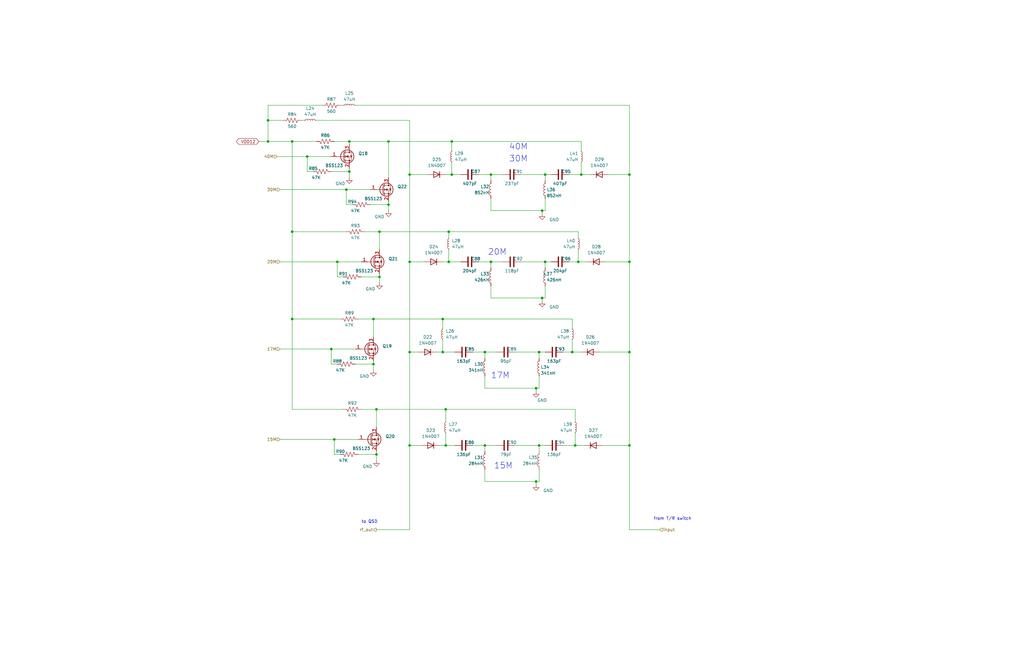
<source format=kicad_sch>
(kicad_sch (version 20230121) (generator eeschema)
  (paper "B")
  (lib_symbols
    (symbol "Device:C" (pin_numbers hide) (pin_names (offset 0.254))
      (property "Reference" "C" (at 0.635 2.54 0))
      (property "Value" "C" (at 0.635 -2.54 0))
      (symbol "C_0_1"
        (polyline (pts (xy -2.032 -0.762) (xy 2.032 -0.762)) (stroke (width 0.508)))
        (polyline (pts (xy -2.032 0.762) (xy 2.032 0.762)) (stroke (width 0.508)))
      )
      (symbol "C_1_1"
        (pin passive line (at 0 3.81 270) (length 2.794) (name "~") (number "1"))
        (pin passive line (at 0 -3.81 90) (length 2.794) (name "~") (number "2"))
      )
    )
    (symbol "Device:L" (pin_numbers hide) (pin_names (offset 1.016) hide)
      (property "Reference" "L" (at -1.27 0 90))
      (property "Value" "L" (at 1.905 0 90))
      (symbol "L_0_1"
        (arc (start 0 -2.54) (mid 0.6323 -1.905) (end 0 -1.27))
        (arc (start 0 -1.27) (mid 0.6323 -0.635) (end 0 0))
        (arc (start 0 0) (mid 0.6323 0.635) (end 0 1.27))
        (arc (start 0 1.27) (mid 0.6323 1.905) (end 0 2.54))
      )
      (symbol "L_1_1"
        (pin passive line (at 0 3.81 270) (length 1.27) (name "1") (number "1"))
        (pin passive line (at 0 -3.81 90) (length 1.27) (name "2") (number "2"))
      )
    )
    (symbol "Device:L_Small" (pin_numbers hide) (pin_names (offset 0.254) hide)
      (property "Reference" "L" (at 0.762 1.016 0))
      (property "Value" "L_Small" (at 0.762 -1.016 0))
      (symbol "L_Small_0_1"
        (arc (start 0 -2.032) (mid 0.5058 -1.524) (end 0 -1.016))
        (arc (start 0 -1.016) (mid 0.5058 -0.508) (end 0 0))
        (arc (start 0 0) (mid 0.5058 0.508) (end 0 1.016))
        (arc (start 0 1.016) (mid 0.5058 1.524) (end 0 2.032))
      )
      (symbol "L_Small_1_1"
        (pin passive line (at 0 2.54 270) (length 0.508) (name "~") (number "1"))
        (pin passive line (at 0 -2.54 90) (length 0.508) (name "~") (number "2"))
      )
    )
    (symbol "Device:Q_NMOS_GSD" (pin_names (offset 0) hide)
      (property "Reference" "Q" (at 5.08 1.27 0))
      (property "Value" "Q_NMOS_GSD" (at 5.08 -1.27 0))
      (symbol "Q_NMOS_GSD_0_1"
        (polyline (pts (xy 0.254 0) (xy -2.54 0)))
        (polyline (pts (xy 0.254 1.905) (xy 0.254 -1.905)) (stroke (width 0.254)))
        (polyline (pts (xy 0.762 -1.27) (xy 0.762 -2.286)) (stroke (width 0.254)))
        (polyline (pts (xy 0.762 0.508) (xy 0.762 -0.508)) (stroke (width 0.254)))
        (polyline (pts (xy 0.762 2.286) (xy 0.762 1.27)) (stroke (width 0.254)))
        (polyline (pts (xy 2.54 2.54) (xy 2.54 1.778)))
        (polyline (pts (xy 2.54 -2.54) (xy 2.54 0) (xy 0.762 0)))
        (polyline (pts (xy 0.762 -1.778) (xy 3.302 -1.778) (xy 3.302 1.778) (xy 0.762 1.778)))
        (polyline (pts (xy 1.016 0) (xy 2.032 0.381) (xy 2.032 -0.381) (xy 1.016 0)) (fill (type outline)))
        (polyline (pts (xy 2.794 0.508) (xy 2.921 0.381) (xy 3.683 0.381) (xy 3.81 0.254)))
        (polyline (pts (xy 3.302 0.381) (xy 2.921 -0.254) (xy 3.683 -0.254) (xy 3.302 0.381)))
        (circle (center 1.651 0) (radius 2.794) (stroke (width 0.254)))
        (circle (center 2.54 -1.778) (radius 0.254) (fill (type outline)))
        (circle (center 2.54 1.778) (radius 0.254) (fill (type outline)))
      )
      (symbol "Q_NMOS_GSD_1_1"
        (pin input line (at -5.08 0 0) (length 2.54) (name "G") (number "1"))
        (pin passive line (at 2.54 -5.08 90) (length 2.54) (name "S") (number "2"))
        (pin passive line (at 2.54 5.08 270) (length 2.54) (name "D") (number "3"))
      )
    )
    (symbol "Device:R_US" (pin_numbers hide) (pin_names (offset 0))
      (property "Reference" "R" (at 2.54 0 90))
      (property "Value" "R_US" (at -2.54 0 90))
      (symbol "R_US_0_1"
        (polyline (pts (xy 0 -2.286) (xy 0 -2.54)))
        (polyline (pts (xy 0 2.286) (xy 0 2.54)))
        (polyline (pts (xy 0 -0.762) (xy 1.016 -1.143) (xy 0 -1.524) (xy -1.016 -1.905) (xy 0 -2.286)))
        (polyline (pts (xy 0 0.762) (xy 1.016 0.381) (xy 0 0) (xy -1.016 -0.381) (xy 0 -0.762)))
        (polyline (pts (xy 0 2.286) (xy 1.016 1.905) (xy 0 1.524) (xy -1.016 1.143) (xy 0 0.762)))
      )
      (symbol "R_US_1_1"
        (pin passive line (at 0 3.81 270) (length 1.27) (name "~") (number "1"))
        (pin passive line (at 0 -3.81 90) (length 1.27) (name "~") (number "2"))
      )
    )
    (symbol "Diode:1N4007" (pin_numbers hide) (pin_names hide)
      (property "Reference" "D" (at 0 2.54 0))
      (property "Value" "1N4007" (at 0 -2.54 0))
      (symbol "1N4007_0_1"
        (polyline (pts (xy -1.27 1.27) (xy -1.27 -1.27)) (stroke (width 0.254)))
        (polyline (pts (xy 1.27 0) (xy -1.27 0)))
        (polyline (pts (xy 1.27 1.27) (xy 1.27 -1.27) (xy -1.27 0) (xy 1.27 1.27)) (stroke (width 0.254)))
      )
      (symbol "1N4007_1_1"
        (pin passive line (at -3.81 0 0) (length 2.54) (name "K") (number "1"))
        (pin passive line (at 3.81 0 180) (length 2.54) (name "A") (number "2"))
      )
    )
    (symbol "power:GND" (power) (pin_names (offset 0))
      (property "Value" "GND" (at 0 -3.81 0))
      (symbol "GND_0_1"
        (polyline (pts (xy 0 0) (xy 0 -1.27) (xy 1.27 -1.27) (xy 0 -2.54) (xy -1.27 -1.27) (xy 0 -1.27)))
      )
      (symbol "GND_1_1"
        (pin power_in line (at 0 0 270) (length 0) hide (name "GND") (number "1"))
      )
    )
  )
  (junction (at 226.06 163.83))
  (junction (at 207.01 110.49))
  (junction (at 157.48 134.62))
  (junction (at 139.7 147.32))
  (junction (at 163.83 59.69))
  (junction (at 207.01 73.66))
  (junction (at 113.03 50.8))
  (junction (at 265.43 73.66))
  (junction (at 228.6 88.9))
  (junction (at 146.05 80.01))
  (junction (at 172.72 73.66))
  (junction (at 158.75 191.77))
  (junction (at 228.6 125.73))
  (junction (at 190.5 59.69))
  (junction (at 226.06 203.2))
  (junction (at 265.43 187.96))
  (junction (at 204.47 148.59))
  (junction (at 189.23 97.79))
  (junction (at 142.24 110.49))
  (junction (at 227.33 148.59))
  (junction (at 241.3 148.59))
  (junction (at 186.69 134.62))
  (junction (at 172.72 187.96))
  (junction (at 123.19 97.79))
  (junction (at 163.83 86.36))
  (junction (at 123.19 134.62))
  (junction (at 265.43 148.59))
  (junction (at 243.84 110.49))
  (junction (at 187.96 172.72))
  (junction (at 147.32 72.39))
  (junction (at 229.87 73.66))
  (junction (at 229.87 110.49))
  (junction (at 242.57 187.96))
  (junction (at 140.97 185.42))
  (junction (at 113.03 59.69))
  (junction (at 265.43 110.49))
  (junction (at 227.33 187.96))
  (junction (at 123.19 59.69))
  (junction (at 158.75 172.72))
  (junction (at 160.02 97.79))
  (junction (at 187.96 187.96))
  (junction (at 160.02 116.84))
  (junction (at 172.72 110.49))
  (junction (at 157.48 153.67))
  (junction (at 245.11 73.66))
  (junction (at 186.69 148.59))
  (junction (at 204.47 187.96))
  (junction (at 147.32 59.69))
  (junction (at 190.5 73.66))
  (junction (at 129.54 66.04))
  (junction (at 189.23 110.49))
  (junction (at 172.72 148.59))
  (wire (pts (xy 186.69 148.59) (xy 191.77 148.59)))
  (wire (pts (xy 242.57 187.96) (xy 246.38 187.96)))
  (wire (pts (xy 129.54 66.04) (xy 139.7 66.04)))
  (wire (pts (xy 243.84 105.41) (xy 243.84 110.49)))
  (wire (pts (xy 157.48 134.62) (xy 186.69 134.62)))
  (wire (pts (xy 158.75 172.72) (xy 152.4 172.72)))
  (wire (pts (xy 189.23 110.49) (xy 194.31 110.49)))
  (wire (pts (xy 123.19 97.79) (xy 123.19 59.69)))
  (wire (pts (xy 160.02 116.84) (xy 152.4 116.84)))
  (wire (pts (xy 226.06 203.2) (xy 226.06 204.47)))
  (wire (pts (xy 158.75 172.72) (xy 187.96 172.72)))
  (wire (pts (xy 229.87 110.49) (xy 229.87 113.03)))
  (wire (pts (xy 207.01 110.49) (xy 212.09 110.49)))
  (wire (pts (xy 160.02 97.79) (xy 153.67 97.79)))
  (wire (pts (xy 241.3 148.59) (xy 245.11 148.59)))
  (wire (pts (xy 118.11 185.42) (xy 140.97 185.42)))
  (wire (pts (xy 241.3 134.62) (xy 241.3 138.43)))
  (wire (pts (xy 226.06 203.2) (xy 227.33 203.2)))
  (wire (pts (xy 142.24 116.84) (xy 142.24 110.49)))
  (wire (pts (xy 255.27 110.49) (xy 265.43 110.49)))
  (wire (pts (xy 113.03 44.45) (xy 135.89 44.45)))
  (wire (pts (xy 219.71 110.49) (xy 229.87 110.49)))
  (wire (pts (xy 207.01 110.49) (xy 207.01 113.03)))
  (wire (pts (xy 109.22 59.69) (xy 113.03 59.69)))
  (wire (pts (xy 228.6 88.9) (xy 229.87 88.9)))
  (wire (pts (xy 187.96 187.96) (xy 191.77 187.96)))
  (wire (pts (xy 207.01 73.66) (xy 212.09 73.66)))
  (wire (pts (xy 265.43 148.59) (xy 265.43 187.96)))
  (wire (pts (xy 229.87 110.49) (xy 232.41 110.49)))
  (wire (pts (xy 190.5 63.5) (xy 190.5 59.69)))
  (wire (pts (xy 158.75 180.34) (xy 158.75 172.72)))
  (wire (pts (xy 227.33 148.59) (xy 227.33 151.13)))
  (wire (pts (xy 160.02 97.79) (xy 189.23 97.79)))
  (wire (pts (xy 123.19 134.62) (xy 143.51 134.62)))
  (wire (pts (xy 226.06 163.83) (xy 227.33 163.83)))
  (wire (pts (xy 199.39 148.59) (xy 204.47 148.59)))
  (wire (pts (xy 240.03 73.66) (xy 245.11 73.66)))
  (wire (pts (xy 265.43 187.96) (xy 265.43 223.52)))
  (wire (pts (xy 189.23 105.41) (xy 189.23 110.49)))
  (wire (pts (xy 158.75 223.52) (xy 172.72 223.52)))
  (wire (pts (xy 142.24 110.49) (xy 152.4 110.49)))
  (wire (pts (xy 172.72 187.96) (xy 172.72 223.52)))
  (wire (pts (xy 227.33 198.12) (xy 227.33 203.2)))
  (wire (pts (xy 207.01 88.9) (xy 228.6 88.9)))
  (wire (pts (xy 158.75 190.5) (xy 158.75 191.77)))
  (wire (pts (xy 123.19 97.79) (xy 146.05 97.79)))
  (wire (pts (xy 172.72 110.49) (xy 172.72 148.59)))
  (wire (pts (xy 157.48 134.62) (xy 151.13 134.62)))
  (wire (pts (xy 118.11 80.01) (xy 146.05 80.01)))
  (wire (pts (xy 147.32 60.96) (xy 147.32 59.69)))
  (wire (pts (xy 229.87 83.82) (xy 229.87 88.9)))
  (wire (pts (xy 229.87 120.65) (xy 229.87 125.73)))
  (wire (pts (xy 199.39 187.96) (xy 204.47 187.96)))
  (wire (pts (xy 243.84 97.79) (xy 243.84 100.33)))
  (wire (pts (xy 147.32 59.69) (xy 140.97 59.69)))
  (wire (pts (xy 265.43 73.66) (xy 265.43 110.49)))
  (wire (pts (xy 243.84 110.49) (xy 247.65 110.49)))
  (wire (pts (xy 158.75 191.77) (xy 151.13 191.77)))
  (wire (pts (xy 190.5 59.69) (xy 245.11 59.69)))
  (wire (pts (xy 149.86 44.45) (xy 265.43 44.45)))
  (wire (pts (xy 148.59 86.36) (xy 146.05 86.36)))
  (wire (pts (xy 219.71 73.66) (xy 229.87 73.66)))
  (wire (pts (xy 147.32 59.69) (xy 163.83 59.69)))
  (wire (pts (xy 241.3 143.51) (xy 241.3 148.59)))
  (wire (pts (xy 163.83 59.69) (xy 190.5 59.69)))
  (wire (pts (xy 207.01 125.73) (xy 228.6 125.73)))
  (wire (pts (xy 190.5 73.66) (xy 194.31 73.66)))
  (wire (pts (xy 157.48 153.67) (xy 149.86 153.67)))
  (wire (pts (xy 265.43 223.52) (xy 278.13 223.52)))
  (wire (pts (xy 187.96 73.66) (xy 190.5 73.66)))
  (wire (pts (xy 204.47 198.12) (xy 204.47 203.2)))
  (wire (pts (xy 157.48 142.24) (xy 157.48 134.62)))
  (wire (pts (xy 186.69 143.51) (xy 186.69 148.59)))
  (wire (pts (xy 227.33 187.96) (xy 229.87 187.96)))
  (wire (pts (xy 226.06 163.83) (xy 226.06 165.1)))
  (wire (pts (xy 123.19 59.69) (xy 133.35 59.69)))
  (wire (pts (xy 201.93 73.66) (xy 207.01 73.66)))
  (wire (pts (xy 113.03 44.45) (xy 113.03 50.8)))
  (wire (pts (xy 242.57 177.8) (xy 242.57 172.72)))
  (wire (pts (xy 172.72 148.59) (xy 176.53 148.59)))
  (wire (pts (xy 143.51 44.45) (xy 144.78 44.45)))
  (wire (pts (xy 139.7 147.32) (xy 149.86 147.32)))
  (wire (pts (xy 163.83 85.09) (xy 163.83 86.36)))
  (wire (pts (xy 118.11 147.32) (xy 139.7 147.32)))
  (wire (pts (xy 228.6 125.73) (xy 229.87 125.73)))
  (wire (pts (xy 139.7 153.67) (xy 139.7 147.32)))
  (wire (pts (xy 184.15 148.59) (xy 186.69 148.59)))
  (wire (pts (xy 237.49 187.96) (xy 242.57 187.96)))
  (wire (pts (xy 201.93 110.49) (xy 207.01 110.49)))
  (wire (pts (xy 147.32 72.39) (xy 147.32 74.93)))
  (wire (pts (xy 240.03 110.49) (xy 243.84 110.49)))
  (wire (pts (xy 158.75 191.77) (xy 158.75 194.31)))
  (wire (pts (xy 144.78 116.84) (xy 142.24 116.84)))
  (wire (pts (xy 127 50.8) (xy 128.27 50.8)))
  (wire (pts (xy 172.72 187.96) (xy 177.8 187.96)))
  (wire (pts (xy 129.54 72.39) (xy 129.54 66.04)))
  (wire (pts (xy 140.97 185.42) (xy 151.13 185.42)))
  (wire (pts (xy 160.02 116.84) (xy 160.02 119.38)))
  (wire (pts (xy 160.02 105.41) (xy 160.02 97.79)))
  (wire (pts (xy 217.17 187.96) (xy 227.33 187.96)))
  (wire (pts (xy 265.43 44.45) (xy 265.43 73.66)))
  (wire (pts (xy 132.08 72.39) (xy 129.54 72.39)))
  (wire (pts (xy 113.03 50.8) (xy 113.03 59.69)))
  (wire (pts (xy 118.11 110.49) (xy 142.24 110.49)))
  (wire (pts (xy 172.72 110.49) (xy 179.07 110.49)))
  (wire (pts (xy 172.72 73.66) (xy 172.72 110.49)))
  (wire (pts (xy 256.54 73.66) (xy 265.43 73.66)))
  (wire (pts (xy 113.03 59.69) (xy 123.19 59.69)))
  (wire (pts (xy 204.47 187.96) (xy 209.55 187.96)))
  (wire (pts (xy 204.47 163.83) (xy 226.06 163.83)))
  (wire (pts (xy 189.23 100.33) (xy 189.23 97.79)))
  (wire (pts (xy 116.84 66.04) (xy 129.54 66.04)))
  (wire (pts (xy 237.49 148.59) (xy 241.3 148.59)))
  (wire (pts (xy 207.01 83.82) (xy 207.01 88.9)))
  (wire (pts (xy 190.5 68.58) (xy 190.5 73.66)))
  (wire (pts (xy 186.69 134.62) (xy 241.3 134.62)))
  (wire (pts (xy 229.87 73.66) (xy 232.41 73.66)))
  (wire (pts (xy 204.47 148.59) (xy 209.55 148.59)))
  (wire (pts (xy 160.02 115.57) (xy 160.02 116.84)))
  (wire (pts (xy 142.24 153.67) (xy 139.7 153.67)))
  (wire (pts (xy 227.33 158.75) (xy 227.33 163.83)))
  (wire (pts (xy 163.83 86.36) (xy 163.83 88.9)))
  (wire (pts (xy 147.32 71.12) (xy 147.32 72.39)))
  (wire (pts (xy 172.72 50.8) (xy 172.72 73.66)))
  (wire (pts (xy 204.47 203.2) (xy 226.06 203.2)))
  (wire (pts (xy 207.01 120.65) (xy 207.01 125.73)))
  (wire (pts (xy 242.57 172.72) (xy 187.96 172.72)))
  (wire (pts (xy 245.11 68.58) (xy 245.11 73.66)))
  (wire (pts (xy 265.43 187.96) (xy 254 187.96)))
  (wire (pts (xy 123.19 172.72) (xy 144.78 172.72)))
  (wire (pts (xy 227.33 148.59) (xy 229.87 148.59)))
  (wire (pts (xy 157.48 153.67) (xy 157.48 156.21)))
  (wire (pts (xy 265.43 110.49) (xy 265.43 148.59)))
  (wire (pts (xy 217.17 148.59) (xy 227.33 148.59)))
  (wire (pts (xy 189.23 97.79) (xy 243.84 97.79)))
  (wire (pts (xy 140.97 191.77) (xy 140.97 185.42)))
  (wire (pts (xy 163.83 74.93) (xy 163.83 59.69)))
  (wire (pts (xy 185.42 187.96) (xy 187.96 187.96)))
  (wire (pts (xy 228.6 125.73) (xy 228.6 127)))
  (wire (pts (xy 204.47 148.59) (xy 204.47 151.13)))
  (wire (pts (xy 207.01 73.66) (xy 207.01 76.2)))
  (wire (pts (xy 143.51 191.77) (xy 140.97 191.77)))
  (wire (pts (xy 146.05 80.01) (xy 156.21 80.01)))
  (wire (pts (xy 227.33 187.96) (xy 227.33 190.5)))
  (wire (pts (xy 113.03 50.8) (xy 119.38 50.8)))
  (wire (pts (xy 228.6 88.9) (xy 228.6 90.17)))
  (wire (pts (xy 133.35 50.8) (xy 172.72 50.8)))
  (wire (pts (xy 187.96 172.72) (xy 187.96 177.8)))
  (wire (pts (xy 242.57 182.88) (xy 242.57 187.96)))
  (wire (pts (xy 204.47 187.96) (xy 204.47 190.5)))
  (wire (pts (xy 252.73 148.59) (xy 265.43 148.59)))
  (wire (pts (xy 186.69 138.43) (xy 186.69 134.62)))
  (wire (pts (xy 204.47 158.75) (xy 204.47 163.83)))
  (wire (pts (xy 157.48 152.4) (xy 157.48 153.67)))
  (wire (pts (xy 163.83 86.36) (xy 156.21 86.36)))
  (wire (pts (xy 123.19 172.72) (xy 123.19 134.62)))
  (wire (pts (xy 245.11 73.66) (xy 248.92 73.66)))
  (wire (pts (xy 187.96 182.88) (xy 187.96 187.96)))
  (wire (pts (xy 245.11 59.69) (xy 245.11 63.5)))
  (wire (pts (xy 186.69 110.49) (xy 189.23 110.49)))
  (wire (pts (xy 229.87 73.66) (xy 229.87 76.2)))
  (wire (pts (xy 172.72 148.59) (xy 172.72 187.96)))
  (wire (pts (xy 147.32 72.39) (xy 139.7 72.39)))
  (wire (pts (xy 146.05 86.36) (xy 146.05 80.01)))
  (wire (pts (xy 123.19 134.62) (xy 123.19 97.79)))
  (wire (pts (xy 180.34 73.66) (xy 172.72 73.66)))
  (text "20M" (at 205.74 107.95 0) (effects (font (size 2.54 2.54)) (justify left bottom)))
  (text "15M" (at 208.28 198.12 0) (effects (font (size 2.54 2.54)) (justify left bottom)))
  (text "to QSD" (at 152.4 220.98 0) (effects (font (size 1.27 1.27)) (justify left bottom)))
  (text "from T/R switch" (at 275.59 219.71 0) (effects (font (size 1.27 1.27)) (justify left bottom)))
  (text "17M" (at 207.01 160.02 0) (effects (font (size 2.54 2.54)) (justify left bottom)))
  (text "30M" (at 214.63 68.58 0) (effects (font (size 2.54 2.54)) (justify left bottom)))
  (text "40M" (at 214.63 63.5 0) (effects (font (size 2.54 2.54)) (justify left bottom)))
  (global_label "VDD12" (shape bidirectional) (at 109.22 59.69 180) (property "Intersheetrefs" "${INTERSHEET_REFS}" (at 99.0759 59.69 0) (effects (justify right))))
  (hierarchical_label "20M" (shape input) (at 118.11 110.49 180))
  (hierarchical_label "15M" (shape input) (at 118.11 185.42 180))
  (hierarchical_label "30M" (shape input) (at 118.11 80.01 180))
  (hierarchical_label "input" (shape input) (at 278.13 223.52 0))
  (hierarchical_label "17M" (shape input) (at 118.11 147.32 180))
  (hierarchical_label "40M" (shape input) (at 116.84 66.04 180))
  (hierarchical_label "rf_out" (shape output) (at 158.75 223.52 180))
  (symbol (lib_id "Device:L_Small") (at 147.32 44.45 90) (unit 1)
    (property "Reference" "L25" (at 147.32 39.37 90))
    (property "Value" "47uH" (at 147.32 41.91 90))
    (property "Footprint" "Inductor_THT:L_Axial_L11.0mm_D4.5mm_P7.62mm_Vertical_Fastron_MECC" (effects hide))
  )
  (symbol (lib_id "Device:R_US") (at 148.59 172.72 270) (mirror x) (unit 1)
    (property "Reference" "R92" (at 148.59 170.18 90))
    (property "Value" "47K" (at 148.59 175.26 90))
    (property "Footprint" "Resistor_SMD:R_0603_1608Metric_Pad0.98x0.95mm_HandSolder" (effects hide))
  )
  (symbol (lib_id "power:GND") (at 158.75 194.31 0) (mirror y) (unit 1)
    (property "Reference" "#PWR023" (effects hide))
    (property "Value" "GND" (at 154.94 196.85 0))
  )
  (symbol (lib_id "Device:L_Small") (at 187.96 180.34 180) (unit 1)
    (property "Reference" "L27" (at 189.23 179.07 0) (effects (justify right)))
    (property "Value" "47uH" (at 189.23 181.61 0) (effects (justify right)))
    (property "Footprint" "Inductor_THT:L_Axial_L11.0mm_D4.5mm_P7.62mm_Vertical_Fastron_MECC" (effects hide))
  )
  (symbol (lib_id "Device:L") (at 207.01 80.01 0) (mirror y) (unit 1)
    (property "Reference" "L32" (at 204.47 78.74 0))
    (property "Value" "852nH" (at 203.2 81.28 0))
    (property "Footprint" "Inductor_THT:L_Toroid_Vertical_L13.0mm_W6.5mm_P5.60mm" (effects hide))
    (instances (project "fieldRadio" (path "" (reference "L32") (unit 1))) (project "" (path "" (reference "L1") (unit 1))))
  )
  (symbol (lib_id "Device:Q_NMOS_GSD") (at 154.94 147.32 0) (unit 1)
    (property "Reference" "Q19" (at 161.29 146.05 0) (effects (justify left)))
    (property "Value" "BSS123" (at 147.32 151.13 0) (effects (justify left)))
    (property "Footprint" "Package_TO_SOT_SMD:SOT-23-3" (effects hide))
  )
  (symbol (lib_id "Device:L_Small") (at 241.3 140.97 0) (mirror x) (unit 1)
    (property "Reference" "L38" (at 240.03 139.7 0) (effects (justify right)))
    (property "Value" "47uH" (at 240.03 142.24 0) (effects (justify right)))
    (property "Footprint" "Inductor_THT:L_Axial_L11.0mm_D4.5mm_P7.62mm_Vertical_Fastron_MECC" (effects hide))
  )
  (symbol (lib_id "Diode:1N4007") (at 182.88 110.49 180) (unit 1)
    (property "Reference" "D24" (at 182.88 104.14 0))
    (property "Value" "1N4007" (at 182.88 106.68 0))
    (property "Footprint" "Diode_THT:D_DO-41_SOD81_P10.16mm_Horizontal" (effects hide))
    (property "Datasheet" "http://www.vishay.com/docs/88503/1n4001.pdf" (effects hide))
    (property "Sim.Device" "D" (effects hide))
    (property "Sim.Pins" "1=K 2=A" (effects hide))
  )
  (symbol (lib_id "Diode:1N4007") (at 250.19 187.96 0) (unit 1)
    (property "Reference" "D27" (at 250.19 181.61 0))
    (property "Value" "1N4007" (at 250.19 184.15 0))
    (property "Footprint" "Diode_THT:D_DO-41_SOD81_P10.16mm_Horizontal" (effects hide))
    (property "Datasheet" "http://www.vishay.com/docs/88503/1n4001.pdf" (effects hide))
    (property "Sim.Device" "D" (effects hide))
    (property "Sim.Pins" "1=K 2=A" (effects hide))
  )
  (symbol (lib_id "Device:Q_NMOS_GSD") (at 157.48 110.49 0) (unit 1)
    (property "Reference" "Q21" (at 163.83 109.22 0) (effects (justify left)))
    (property "Value" "BSS123" (at 149.86 114.3 0) (effects (justify left)))
    (property "Footprint" "Package_TO_SOT_SMD:SOT-23-3" (effects hide))
  )
  (symbol (lib_id "Device:C") (at 236.22 110.49 270) (mirror x) (unit 1)
    (property "Reference" "C96" (at 238.76 109.22 90))
    (property "Value" "204pF" (at 236.22 114.3 90))
    (property "Footprint" "Capacitor_SMD:C_0805_2012Metric_Pad1.18x1.45mm_HandSolder" (effects hide))
    (instances (project "fieldRadio" (path "" (reference "C96") (unit 1))) (project "" (path "" (reference "C8") (unit 1))))
  )
  (symbol (lib_id "Device:C") (at 213.36 148.59 270) (mirror x) (unit 1)
    (property "Reference" "C89" (at 215.9 147.32 90))
    (property "Value" "95pF" (at 213.36 152.4 90))
    (property "Footprint" "Capacitor_SMD:C_0805_2012Metric_Pad1.18x1.45mm_HandSolder" (effects hide))
    (instances (project "fieldRadio" (path "" (reference "C89") (unit 1))) (project "" (path "" (reference "C15") (unit 1))))
  )
  (symbol (lib_id "Device:C") (at 215.9 110.49 270) (mirror x) (unit 1)
    (property "Reference" "C92" (at 218.44 109.22 90))
    (property "Value" "118pF" (at 215.9 114.3 90))
    (property "Footprint" "Capacitor_SMD:C_0805_2012Metric_Pad1.18x1.45mm_HandSolder" (effects hide))
    (instances (project "fieldRadio" (path "" (reference "C92") (unit 1))) (project "" (path "" (reference "C6") (unit 1))))
  )
  (symbol (lib_id "power:GND") (at 228.6 127 0) (mirror y) (unit 1)
    (property "Reference" "#PWR029" (effects hide))
    (property "Value" "GND" (at 233.68 129.54 0))
    (instances (project "fieldRadio" (path "" (reference "#PWR029") (unit 1))) (project "" (path "" (reference "#PWR03") (unit 1))))
  )
  (symbol (lib_id "Diode:1N4007") (at 251.46 110.49 0) (unit 1)
    (property "Reference" "D28" (at 251.46 104.14 0))
    (property "Value" "1N4007" (at 251.46 106.68 0))
    (property "Footprint" "Diode_THT:D_DO-41_SOD81_P10.16mm_Horizontal" (effects hide))
    (property "Datasheet" "http://www.vishay.com/docs/88503/1n4001.pdf" (effects hide))
    (property "Sim.Device" "D" (effects hide))
    (property "Sim.Pins" "1=K 2=A" (effects hide))
  )
  (symbol (lib_id "Device:L") (at 227.33 154.94 0) (mirror y) (unit 1)
    (property "Reference" "L34" (at 229.87 154.94 0))
    (property "Value" "341nH" (at 231.14 157.48 0))
    (property "Footprint" "Inductor_THT:L_Toroid_Vertical_L13.0mm_W6.5mm_P5.60mm" (effects hide))
    (instances (project "fieldRadio" (path "" (reference "L34") (unit 1))) (project "" (path "" (reference "L8") (unit 1))))
  )
  (symbol (lib_id "Device:L_Small") (at 186.69 140.97 180) (unit 1)
    (property "Reference" "L26" (at 187.96 139.7 0) (effects (justify right)))
    (property "Value" "47uH" (at 187.96 142.24 0) (effects (justify right)))
    (property "Footprint" "Inductor_THT:L_Axial_L11.0mm_D4.5mm_P7.62mm_Vertical_Fastron_MECC" (effects hide))
  )
  (symbol (lib_id "Device:C") (at 195.58 187.96 270) (mirror x) (unit 1)
    (property "Reference" "C86" (at 198.12 186.69 90))
    (property "Value" "136pF" (at 195.58 191.77 90))
    (property "Footprint" "Capacitor_SMD:C_0805_2012Metric_Pad1.18x1.45mm_HandSolder" (effects hide))
    (instances (project "fieldRadio" (path "" (reference "C86") (unit 1))) (project "" (path "" (reference "C12") (unit 1))))
  )
  (symbol (lib_id "Device:C") (at 198.12 110.49 270) (mirror x) (unit 1)
    (property "Reference" "C88" (at 200.66 109.22 90))
    (property "Value" "204pF" (at 198.12 114.3 90))
    (property "Footprint" "Capacitor_SMD:C_0805_2012Metric_Pad1.18x1.45mm_HandSolder" (effects hide))
    (instances (project "fieldRadio" (path "" (reference "C88") (unit 1))) (project "" (path "" (reference "C4") (unit 1))))
  )
  (symbol (lib_id "Device:L") (at 229.87 116.84 0) (mirror y) (unit 1)
    (property "Reference" "L37" (at 231.14 115.57 0))
    (property "Value" "426nH" (at 233.68 118.11 0))
    (property "Footprint" "Inductor_THT:L_Toroid_Vertical_L13.0mm_W6.5mm_P5.60mm" (effects hide))
    (instances (project "fieldRadio" (path "" (reference "L37") (unit 1))) (project "" (path "" (reference "L4") (unit 1))))
  )
  (symbol (lib_id "Device:R_US") (at 152.4 86.36 270) (mirror x) (unit 1)
    (property "Reference" "R94" (at 148.59 85.09 90))
    (property "Value" "47K" (at 149.86 88.9 90))
    (property "Footprint" "Resistor_SMD:R_0603_1608Metric_Pad0.98x0.95mm_HandSolder" (effects hide))
  )
  (symbol (lib_id "Device:L_Small") (at 242.57 180.34 0) (mirror x) (unit 1)
    (property "Reference" "L39" (at 241.3 179.07 0) (effects (justify right)))
    (property "Value" "47uH" (at 241.3 181.61 0) (effects (justify right)))
    (property "Footprint" "Inductor_THT:L_Axial_L11.0mm_D4.5mm_P7.62mm_Vertical_Fastron_MECC" (effects hide))
  )
  (symbol (lib_id "Device:C") (at 195.58 148.59 270) (mirror x) (unit 1)
    (property "Reference" "C85" (at 198.12 147.32 90))
    (property "Value" "163pF" (at 195.58 152.4 90))
    (property "Footprint" "Capacitor_SMD:C_0805_2012Metric_Pad1.18x1.45mm_HandSolder" (effects hide))
    (instances (project "fieldRadio" (path "" (reference "C85") (unit 1))) (project "" (path "" (reference "C13") (unit 1))))
  )
  (symbol (lib_id "power:GND") (at 163.83 88.9 0) (mirror y) (unit 1)
    (property "Reference" "#PWR025" (effects hide))
    (property "Value" "GND" (at 160.02 91.44 0))
  )
  (symbol (lib_id "Device:C") (at 213.36 187.96 270) (mirror x) (unit 1)
    (property "Reference" "C90" (at 215.9 186.69 90))
    (property "Value" "79pF" (at 213.36 191.77 90))
    (property "Footprint" "Capacitor_SMD:C_0805_2012Metric_Pad1.18x1.45mm_HandSolder" (effects hide))
    (instances (project "fieldRadio" (path "" (reference "C90") (unit 1))) (project "" (path "" (reference "C14") (unit 1))))
  )
  (symbol (lib_id "Device:L_Small") (at 245.11 66.04 0) (mirror x) (unit 1)
    (property "Reference" "L41" (at 243.84 64.77 0) (effects (justify right)))
    (property "Value" "47uH" (at 243.84 67.31 0) (effects (justify right)))
    (property "Footprint" "Inductor_THT:L_Axial_L11.0mm_D4.5mm_P7.62mm_Vertical_Fastron_MECC" (effects hide))
  )
  (symbol (lib_id "Device:L") (at 229.87 80.01 0) (mirror y) (unit 1)
    (property "Reference" "L36" (at 232.41 80.01 0))
    (property "Value" "852nH" (at 233.68 82.55 0))
    (property "Footprint" "Inductor_THT:L_Toroid_Vertical_L13.0mm_W6.5mm_P5.60mm" (effects hide))
    (instances (project "fieldRadio" (path "" (reference "L36") (unit 1))) (project "" (path "" (reference "L3") (unit 1))))
  )
  (symbol (lib_id "Diode:1N4007") (at 252.73 73.66 0) (unit 1)
    (property "Reference" "D29" (at 252.73 67.31 0))
    (property "Value" "1N4007" (at 252.73 69.85 0))
    (property "Footprint" "Diode_THT:D_DO-41_SOD81_P10.16mm_Horizontal" (effects hide))
    (property "Datasheet" "http://www.vishay.com/docs/88503/1n4001.pdf" (effects hide))
    (property "Sim.Device" "D" (effects hide))
    (property "Sim.Pins" "1=K 2=A" (effects hide))
  )
  (symbol (lib_id "Diode:1N4007") (at 184.15 73.66 180) (unit 1)
    (property "Reference" "D25" (at 184.15 67.31 0))
    (property "Value" "1N4007" (at 184.15 69.85 0))
    (property "Footprint" "Diode_THT:D_DO-41_SOD81_P10.16mm_Horizontal" (effects hide))
    (property "Datasheet" "http://www.vishay.com/docs/88503/1n4001.pdf" (effects hide))
    (property "Sim.Device" "D" (effects hide))
    (property "Sim.Pins" "1=K 2=A" (effects hide))
  )
  (symbol (lib_id "Device:L_Small") (at 190.5 66.04 180) (unit 1)
    (property "Reference" "L29" (at 191.77 64.77 0) (effects (justify right)))
    (property "Value" "47uH" (at 191.77 67.31 0) (effects (justify right)))
    (property "Footprint" "Inductor_THT:L_Axial_L11.0mm_D4.5mm_P7.62mm_Vertical_Fastron_MECC" (effects hide))
  )
  (symbol (lib_id "Device:L") (at 204.47 154.94 0) (mirror y) (unit 1)
    (property "Reference" "L30" (at 201.93 153.67 0))
    (property "Value" "341nH" (at 200.66 156.21 0))
    (property "Footprint" "Inductor_THT:L_Toroid_Vertical_L13.0mm_W6.5mm_P5.60mm" (effects hide))
    (instances (project "fieldRadio" (path "" (reference "L30") (unit 1))) (project "" (path "" (reference "L6") (unit 1))))
  )
  (symbol (lib_id "Diode:1N4007") (at 181.61 187.96 180) (unit 1)
    (property "Reference" "D23" (at 181.61 181.61 0))
    (property "Value" "1N4007" (at 181.61 184.15 0))
    (property "Footprint" "Diode_THT:D_DO-41_SOD81_P10.16mm_Horizontal" (effects hide))
    (property "Datasheet" "http://www.vishay.com/docs/88503/1n4001.pdf" (effects hide))
    (property "Sim.Device" "D" (effects hide))
    (property "Sim.Pins" "1=K 2=A" (effects hide))
  )
  (symbol (lib_id "power:GND") (at 157.48 156.21 0) (mirror y) (unit 1)
    (property "Reference" "#PWR022" (effects hide))
    (property "Value" "GND" (at 153.67 158.75 0))
  )
  (symbol (lib_id "power:GND") (at 226.06 165.1 0) (mirror y) (unit 1)
    (property "Reference" "#PWR026" (effects hide))
    (property "Value" "GND" (at 228.6 168.91 0))
    (instances (project "fieldRadio" (path "" (reference "#PWR026") (unit 1))) (project "" (path "" (reference "#PWR06") (unit 1))))
  )
  (symbol (lib_id "power:GND") (at 226.06 204.47 0) (mirror y) (unit 1)
    (property "Reference" "#PWR027" (effects hide))
    (property "Value" "GND" (at 231.14 207.01 0))
    (instances (project "fieldRadio" (path "" (reference "#PWR027") (unit 1))) (project "" (path "" (reference "#PWR05") (unit 1))))
  )
  (symbol (lib_id "Device:R_US") (at 147.32 134.62 270) (mirror x) (unit 1)
    (property "Reference" "R89" (at 147.32 132.08 90))
    (property "Value" "47K" (at 147.32 137.16 90))
    (property "Footprint" "Resistor_SMD:R_0603_1608Metric_Pad0.98x0.95mm_HandSolder" (effects hide))
  )
  (symbol (lib_id "Device:L_Small") (at 243.84 102.87 0) (mirror x) (unit 1)
    (property "Reference" "L40" (at 242.57 101.6 0) (effects (justify right)))
    (property "Value" "47uH" (at 242.57 104.14 0) (effects (justify right)))
    (property "Footprint" "Inductor_THT:L_Axial_L11.0mm_D4.5mm_P7.62mm_Vertical_Fastron_MECC" (effects hide))
  )
  (symbol (lib_id "power:GND") (at 147.32 74.93 0) (mirror y) (unit 1)
    (property "Reference" "#PWR021" (effects hide))
    (property "Value" "GND" (at 143.51 77.47 0))
  )
  (symbol (lib_id "Device:C") (at 233.68 187.96 270) (mirror x) (unit 1)
    (property "Reference" "C94" (at 236.22 186.69 90))
    (property "Value" "136pF" (at 233.68 191.77 90))
    (property "Footprint" "Capacitor_SMD:C_0805_2012Metric_Pad1.18x1.45mm_HandSolder" (effects hide))
    (instances (project "fieldRadio" (path "" (reference "C94") (unit 1))) (project "" (path "" (reference "C16") (unit 1))))
  )
  (symbol (lib_id "Device:C") (at 233.68 148.59 270) (mirror x) (unit 1)
    (property "Reference" "C93" (at 236.22 147.32 90))
    (property "Value" "163pF" (at 233.68 152.4 90))
    (property "Footprint" "Capacitor_SMD:C_0805_2012Metric_Pad1.18x1.45mm_HandSolder" (effects hide))
    (instances (project "fieldRadio" (path "" (reference "C93") (unit 1))) (project "" (path "" (reference "C17") (unit 1))))
  )
  (symbol (lib_id "Device:L_Small") (at 189.23 102.87 180) (unit 1)
    (property "Reference" "L28" (at 190.5 101.6 0) (effects (justify right)))
    (property "Value" "47uH" (at 190.5 104.14 0) (effects (justify right)))
    (property "Footprint" "Inductor_THT:L_Axial_L11.0mm_D4.5mm_P7.62mm_Vertical_Fastron_MECC" (effects hide))
  )
  (symbol (lib_id "power:GND") (at 160.02 119.38 0) (mirror y) (unit 1)
    (property "Reference" "#PWR024" (effects hide))
    (property "Value" "GND" (at 156.21 121.92 0))
  )
  (symbol (lib_id "Device:R_US") (at 146.05 153.67 270) (mirror x) (unit 1)
    (property "Reference" "R88" (at 142.24 152.4 90))
    (property "Value" "47K" (at 143.51 156.21 90))
    (property "Footprint" "Resistor_SMD:R_0603_1608Metric_Pad0.98x0.95mm_HandSolder" (effects hide))
  )
  (symbol (lib_id "Device:R_US") (at 148.59 116.84 270) (mirror x) (unit 1)
    (property "Reference" "R91" (at 144.78 115.57 90))
    (property "Value" "47K" (at 146.05 119.38 90))
    (property "Footprint" "Resistor_SMD:R_0603_1608Metric_Pad0.98x0.95mm_HandSolder" (effects hide))
  )
  (symbol (lib_id "Device:Q_NMOS_GSD") (at 144.78 66.04 0) (unit 1)
    (property "Reference" "Q18" (at 151.13 64.77 0) (effects (justify left)))
    (property "Value" "BSS123" (at 137.16 69.85 0) (effects (justify left)))
    (property "Footprint" "Package_TO_SOT_SMD:SOT-23-3" (effects hide))
  )
  (symbol (lib_id "Device:L") (at 207.01 116.84 0) (mirror y) (unit 1)
    (property "Reference" "L33" (at 204.47 115.57 0))
    (property "Value" "426nH" (at 203.2 118.11 0))
    (property "Footprint" "Inductor_THT:L_Toroid_Vertical_L13.0mm_W6.5mm_P5.60mm" (effects hide))
    (instances (project "fieldRadio" (path "" (reference "L33") (unit 1))) (project "" (path "" (reference "L2") (unit 1))))
  )
  (symbol (lib_id "Diode:1N4007") (at 248.92 148.59 0) (unit 1)
    (property "Reference" "D26" (at 248.92 142.24 0))
    (property "Value" "1N4007" (at 248.92 144.78 0))
    (property "Footprint" "Diode_THT:D_DO-41_SOD81_P10.16mm_Horizontal" (effects hide))
    (property "Datasheet" "http://www.vishay.com/docs/88503/1n4001.pdf" (effects hide))
    (property "Sim.Device" "D" (effects hide))
    (property "Sim.Pins" "1=K 2=A" (effects hide))
  )
  (symbol (lib_id "Device:Q_NMOS_GSD") (at 156.21 185.42 0) (unit 1)
    (property "Reference" "Q20" (at 162.56 184.15 0) (effects (justify left)))
    (property "Value" "BSS123" (at 148.59 189.23 0) (effects (justify left)))
    (property "Footprint" "Package_TO_SOT_SMD:SOT-23-3" (effects hide))
  )
  (symbol (lib_id "Device:C") (at 198.12 73.66 270) (mirror x) (unit 1)
    (property "Reference" "C87" (at 200.66 72.39 90))
    (property "Value" "407pF" (at 198.12 77.47 90))
    (property "Footprint" "Capacitor_SMD:C_0805_2012Metric_Pad1.18x1.45mm_HandSolder" (effects hide))
    (instances (project "fieldRadio" (path "" (reference "C87") (unit 1))) (project "" (path "" (reference "C3") (unit 1))))
  )
  (symbol (lib_id "Device:L_Small") (at 130.81 50.8 90) (unit 1)
    (property "Reference" "L24" (at 130.81 45.72 90))
    (property "Value" "47uH" (at 130.81 48.26 90))
    (property "Footprint" "Inductor_THT:L_Axial_L11.0mm_D4.5mm_P7.62mm_Vertical_Fastron_MECC" (effects hide))
  )
  (symbol (lib_id "Device:R_US") (at 149.86 97.79 270) (mirror x) (unit 1)
    (property "Reference" "R93" (at 149.86 95.25 90))
    (property "Value" "47K" (at 149.86 100.33 90))
    (property "Footprint" "Resistor_SMD:R_0603_1608Metric_Pad0.98x0.95mm_HandSolder" (effects hide))
  )
  (symbol (lib_id "Device:R_US") (at 147.32 191.77 270) (mirror x) (unit 1)
    (property "Reference" "R90" (at 143.51 190.5 90))
    (property "Value" "47K" (at 144.78 194.31 90))
    (property "Footprint" "Resistor_SMD:R_0603_1608Metric_Pad0.98x0.95mm_HandSolder" (effects hide))
  )
  (symbol (lib_id "Device:R_US") (at 139.7 44.45 90) (unit 1)
    (property "Reference" "R87" (at 139.7 41.91 90))
    (property "Value" "560" (at 139.7 46.99 90))
    (property "Footprint" "Resistor_THT:R_Axial_DIN0617_L17.0mm_D6.0mm_P20.32mm_Horizontal" (effects hide))
  )
  (symbol (lib_id "Device:R_US") (at 135.89 72.39 270) (mirror x) (unit 1)
    (property "Reference" "R85" (at 132.08 71.12 90))
    (property "Value" "47K" (at 133.35 74.93 90))
    (property "Footprint" "Resistor_SMD:R_0603_1608Metric_Pad0.98x0.95mm_HandSolder" (effects hide))
  )
  (symbol (lib_id "Device:L") (at 204.47 194.31 0) (mirror y) (unit 1)
    (property "Reference" "L31" (at 201.93 193.04 0))
    (property "Value" "284nH" (at 200.66 195.58 0))
    (property "Footprint" "Inductor_THT:L_Toroid_Vertical_L13.0mm_W6.5mm_P5.60mm" (effects hide))
    (instances (project "fieldRadio" (path "" (reference "L31") (unit 1))) (project "" (path "" (reference "L5") (unit 1))))
  )
  (symbol (lib_id "Device:C") (at 236.22 73.66 270) (mirror x) (unit 1)
    (property "Reference" "C95" (at 238.76 72.39 90))
    (property "Value" "407pF" (at 236.22 77.47 90))
    (property "Footprint" "Capacitor_SMD:C_0805_2012Metric_Pad1.18x1.45mm_HandSolder" (effects hide))
    (instances (project "fieldRadio" (path "" (reference "C95") (unit 1))) (project "" (path "" (reference "C7") (unit 1))))
  )
  (symbol (lib_id "Device:C") (at 215.9 73.66 270) (mirror x) (unit 1)
    (property "Reference" "C91" (at 218.44 72.39 90))
    (property "Value" "237pF" (at 215.9 77.47 90))
    (property "Footprint" "Capacitor_SMD:C_0805_2012Metric_Pad1.18x1.45mm_HandSolder" (effects hide))
    (instances (project "fieldRadio" (path "" (reference "C91") (unit 1))) (project "" (path "" (reference "C5") (unit 1))))
  )
  (symbol (lib_id "Device:L") (at 227.33 194.31 0) (mirror y) (unit 1)
    (property "Reference" "L35" (at 224.79 193.04 0))
    (property "Value" "284nH" (at 223.52 195.58 0))
    (property "Footprint" "Inductor_THT:L_Toroid_Vertical_L13.0mm_W6.5mm_P5.60mm" (effects hide))
    (instances (project "fieldRadio" (path "" (reference "L35") (unit 1))) (project "" (path "" (reference "L7") (unit 1))))
  )
  (symbol (lib_id "Device:Q_NMOS_GSD") (at 161.29 80.01 0) (unit 1)
    (property "Reference" "Q22" (at 167.64 78.74 0) (effects (justify left)))
    (property "Value" "BSS123" (at 153.67 83.82 0) (effects (justify left)))
    (property "Footprint" "Package_TO_SOT_SMD:SOT-23-3" (effects hide))
  )
  (symbol (lib_id "Device:R_US") (at 137.16 59.69 270) (mirror x) (unit 1)
    (property "Reference" "R86" (at 137.16 57.15 90))
    (property "Value" "47K" (at 137.16 62.23 90))
    (property "Footprint" "Resistor_SMD:R_0603_1608Metric_Pad0.98x0.95mm_HandSolder" (effects hide))
  )
  (symbol (lib_id "Device:R_US") (at 123.19 50.8 90) (unit 1)
    (property "Reference" "R84" (at 123.19 48.26 90))
    (property "Value" "560" (at 123.19 53.34 90))
    (property "Footprint" "Resistor_THT:R_Axial_DIN0617_L17.0mm_D6.0mm_P20.32mm_Horizontal" (effects hide))
  )
  (symbol (lib_id "power:GND") (at 228.6 90.17 0) (mirror y) (unit 1)
    (property "Reference" "#PWR028" (effects hide))
    (property "Value" "GND" (at 233.68 92.71 0))
    (instances (project "fieldRadio" (path "" (reference "#PWR028") (unit 1))) (project "" (path "" (reference "#PWR02") (unit 1))))
  )
  (symbol (lib_id "Diode:1N4007") (at 180.34 148.59 180) (unit 1)
    (property "Reference" "D22" (at 180.34 142.24 0))
    (property "Value" "1N4007" (at 180.34 144.78 0))
    (property "Footprint" "Diode_THT:D_DO-41_SOD81_P10.16mm_Horizontal" (effects hide))
    (property "Datasheet" "http://www.vishay.com/docs/88503/1n4001.pdf" (effects hide))
    (property "Sim.Device" "D" (effects hide))
    (property "Sim.Pins" "1=K 2=A" (effects hide))
  )
)
</source>
